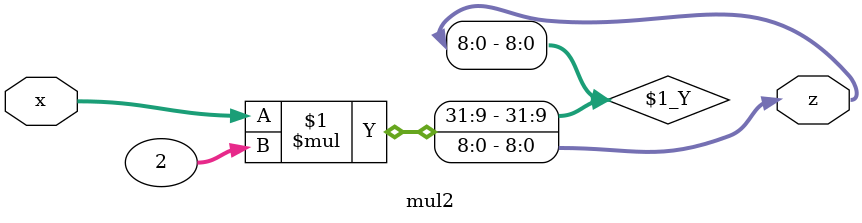
<source format=sv>
module mul2 (output [N:0]z, input [N:0]x);
  parameter N=8;

  assign #2 z=x*2;
endmodule

</source>
